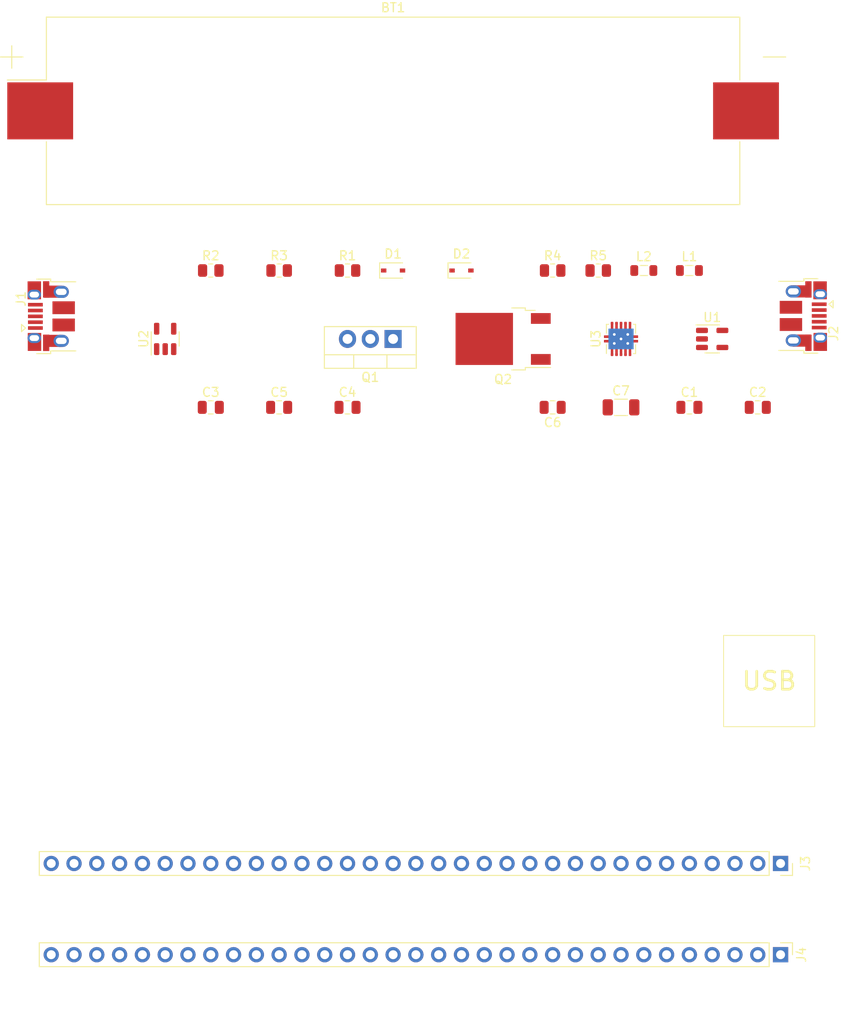
<source format=kicad_pcb>
(kicad_pcb (version 20211014) (generator pcbnew)
  (layers (0 "F.Cu" signal) (31 "B.Cu" signal) (34 "B.Paste" user) (35 "F.Paste" user) (36 "B.SilkS" user "B.Silkscreen") (37 "F.SilkS" user "F.Silkscreen") (38 "B.Mask" user) (39 "F.Mask" user) (44 "Edge.Cuts" user))
  (net 0 "")
  (net 1 "GND")
  (net 2 "+5V")
  (net 3 "/PB9")
  (net 4 "/PB8")
  (net 5 "VDD")
  (net 6 "/BOOT")
  (net 7 "/PB7")
  (net 8 "/PB6")
  (net 9 "/PB5")
  (net 10 "/PB4")
  (net 11 "/PB3")
  (net 12 "/PD2")
  (net 13 "/PC12")
  (net 14 "/PC11")
  (net 15 "/PC10")
  (net 16 "/PA15")
  (net 17 "/PA14")
  (net 18 "/PF7")
  (net 19 "/PF6")
  (net 20 "/PA13")
  (net 21 "/PA12")
  (net 22 "/PA11")
  (net 23 "/PA10")
  (net 24 "/PA9")
  (net 25 "/PA8")
  (net 26 "/PC9")
  (net 27 "/PC8")
  (net 28 "/PC7")
  (net 29 "/PC6")
  (net 30 "/PB15")
  (net 31 "/PB14")
  (net 32 "/PB13")
  (net 33 "Net-(D1-Pad2)")
  (net 34 "/-")
  (net 35 "Net-(R2-Pad1)")
  (net 36 "Net-(C3-Pad2)")
  (net 37 "Pin 3")
  (net 38 "Net-(C4-Pad1)")
  (net 39 "Net-(R4-Pad2)")
  (net 40 "/+")
  (net 41 "Pin 2")
  (net 42 "/UVLO")
  (net 44 "/Microcontroller")
  (net 45 "Net-(L1-Pad1)")
  (net 47 "Reverse Polarity protecion")
  (net 48 "Net-(C6-Pad1)")
  (net 49 "Buck convertor")
  (net 50 "Net-(L2-Pad2)")
  (net 51 "Net-(J1-Pad2)")
  (net 52 "Net-(J2-Pad2)")
  (footprint "Resistor_SMD:R_0805_2012Metric" (layer "F.Cu") (at 88.9 63.5)
    (fp_text reference "R4" (at 0 -1.65) (layer "F.SilkS"))
    (fp_text value "2M")
    (fp_line (start -0.227064 0.735) (end 0.227064 0.735) (layer "F.SilkS") (width 0.12))
    (fp_line (start -0.227064 -0.735) (end 0.227064 -0.735) (layer "F.SilkS") (width 0.12))
    (pad "1" smd roundrect (at -0.9125 0) (size 1.025 1.4) (layers "F.Cu" "F.Paste" "F.Mask") (roundrect_rratio 0.243902) (net 38 "Net-(C4-Pad1)"))
    (pad "2" smd roundrect (at 0.9125 0) (size 1.025 1.4) (layers "F.Cu" "F.Paste" "F.Mask") (roundrect_rratio 0.243902) (net 39 "Net-(R4-Pad2)"))
  )
  (footprint "Battery:BatteryHolder_Keystone_1042_1x18650" (layer "F.Cu") (at 71.12 45.72)
    (fp_text reference "BT1" (at 0 -11.5) (layer "F.SilkS"))
    (fp_text value "3.7 V")
    (fp_line (start 38.64 -10.44) (end -38.64 -10.44) (layer "F.SilkS") (width 0.12))
    (fp_line (start 43.75 -6) (end 41.25 -6) (layer "F.SilkS") (width 0.12))
    (fp_line (start 38.64 3.44) (end 38.64 10.44) (layer "F.SilkS") (width 0.12))
    (fp_line (start -38.64 10.44) (end -38.64 3.44) (layer "F.SilkS") (width 0.12))
    (fp_line (start 38.64 10.44) (end -38.64 10.44) (layer "F.SilkS") (width 0.12))
    (fp_line (start -38.64 -10.44) (end -38.64 -3.44) (layer "F.SilkS") (width 0.12))
    (fp_line (start -38.64 -3.44) (end -43 -3.44) (layer "F.SilkS") (width 0.12))
    (fp_line (start 38.64 -3.44) (end 38.64 -10.42) (layer "F.SilkS") (width 0.12))
    (fp_line (start -42.5 -4.75) (end -42.5 -7.25) (layer "F.SilkS") (width 0.12))
    (fp_line (start -43.75 -6) (end -41.25 -6) (layer "F.SilkS") (width 0.12))
    (pad "" np_thru_hole circle (at -27.6 8) (size 3.45 3.45) (drill 3.45) (layers *.Cu *.Mask))
    (pad "" np_thru_hole circle (at -35.93 -8) (size 2.39 2.39) (drill 2.39) (layers *.Cu *.Mask))
    (pad "" np_thru_hole circle (at 27.6 -8) (size 3.45 3.45) (drill 3.45) (layers *.Cu *.Mask))
    (pad "1" smd rect (at -39.33 0) (size 7.34 6.35) (layers "F.Cu" "F.Paste" "F.Mask") (net 47 "Reverse Polarity protecion"))
    (pad "2" smd rect (at 39.33 0) (size 7.34 6.35) (layers "F.Cu" "F.Paste" "F.Mask") (net 1 "GND"))
  )
  (footprint "Capacitor_SMD:C_0805_2012Metric" (layer "F.Cu") (at 50.8 78.74)
    (fp_text reference "C3" (at 0 -1.68) (layer "F.SilkS"))
    (fp_text value "4.7 uF")
    (fp_line (start -0.261252 -0.735) (end 0.261252 -0.735) (layer "F.SilkS") (width 0.12))
    (fp_line (start -0.261252 0.735) (end 0.261252 0.735) (layer "F.SilkS") (width 0.12))
    (pad "1" smd roundrect (at -0.95 0) (size 1 1.45) (layers "F.Cu" "F.Paste" "F.Mask") (net 37 "Pin 3"))
    (pad "2" smd roundrect (at 0.95 0) (size 1 1.45) (layers "F.Cu" "F.Paste" "F.Mask") (net 36 "Net-(C3-Pad2)"))
  )
  (footprint "Resistor_SMD:R_0805_2012Metric" (layer "F.Cu") (at 66.04 63.5)
    (fp_text reference "R1" (at 0 -1.65) (layer "F.SilkS"))
    (fp_text value "100k")
    (fp_line (start -0.227064 -0.735) (end 0.227064 -0.735) (layer "F.SilkS") (width 0.12))
    (fp_line (start -0.227064 0.735) (end 0.227064 0.735) (layer "F.SilkS") (width 0.12))
    (pad "1" smd roundrect (at -0.9125 0) (size 1.025 1.4) (layers "F.Cu" "F.Paste" "F.Mask") (roundrect_rratio 0.243902) (net 33 "Net-(D1-Pad2)"))
    (pad "2" smd roundrect (at 0.9125 0) (size 1.025 1.4) (layers "F.Cu" "F.Paste" "F.Mask") (roundrect_rratio 0.243902) (net 34 "/-"))
  )
  (footprint "Inductor_SMD:L_0805_2012Metric" (layer "F.Cu") (at 99.06 63.5)
    (fp_text reference "L2" (at 0 -1.55) (layer "F.SilkS"))
    (fp_text value "2.2 uH")
    (fp_line (start -0.399622 -0.56) (end 0.399622 -0.56) (layer "F.SilkS") (width 0.12))
    (fp_line (start -0.399622 0.56) (end 0.399622 0.56) (layer "F.SilkS") (width 0.12))
    (pad "1" smd roundrect (at -1.0625 0) (size 0.875 1.2) (layers "F.Cu" "F.Paste" "F.Mask") (net 38 "Net-(C4-Pad1)"))
    (pad "2" smd roundrect (at 1.0625 0) (size 0.875 1.2) (layers "F.Cu" "F.Paste" "F.Mask") (net 50 "Net-(L2-Pad2)"))
  )
  (footprint "Inductor_SMD:L_0805_2012Metric" (layer "F.Cu") (at 104.14 63.5)
    (fp_text reference "L1" (at 0 -1.55) (layer "F.SilkS"))
    (fp_text value "2.2 uH")
    (fp_line (start -0.399622 -0.56) (end 0.399622 -0.56) (layer "F.SilkS") (width 0.12))
    (fp_line (start -0.399622 0.56) (end 0.399622 0.56) (layer "F.SilkS") (width 0.12))
    (pad "1" smd roundrect (at -1.0625 0) (size 0.875 1.2) (layers "F.Cu" "F.Paste" "F.Mask") (net 45 "Net-(L1-Pad1)"))
    (pad "2" smd roundrect (at 1.0625 0) (size 0.875 1.2) (layers "F.Cu" "F.Paste" "F.Mask") (net 44 "/Microcontroller"))
  )
  (footprint "Package_TO_SOT_SMD:TO-252-2" (layer "F.Cu") (at 83.38 71.12 180)
    (fp_text reference "Q2" (at 0 -4.5) (layer "F.SilkS"))
    (fp_text value "Q_PMOS_DSG")
    (fp_line (start -2.47 3.45) (end -2.47 3.18) (layer "F.SilkS") (width 0.12))
    (fp_line (start -2.47 -3.18) (end -5.3 -3.18) (layer "F.SilkS") (width 0.12))
    (fp_line (start -0.97 3.45) (end -2.47 3.45) (layer "F.SilkS") (width 0.12))
    (fp_line (start -2.47 -3.45) (end -2.47 -3.18) (layer "F.SilkS") (width 0.12))
    (fp_line (start -0.97 -3.45) (end -2.47 -3.45) (layer "F.SilkS") (width 0.12))
    (fp_line (start -2.47 3.18) (end -3.57 3.18) (layer "F.SilkS") (width 0.12))
    (pad "1" smd rect (at -4.2 -2.28 180) (size 2.2 1.2) (layers "F.Cu" "F.Paste" "F.Mask") (net 38 "Net-(C4-Pad1)"))
    (pad "2" smd rect (at 2.1 0 180) (size 6.4 5.8) (layers "F.Cu" "F.Mask") (net 41 "Pin 2"))
    (pad "3" smd rect (at -4.2 2.28 180) (size 2.2 1.2) (layers "F.Cu" "F.Paste" "F.Mask") (net 37 "Pin 3"))
  )
  (footprint "Capacitor_SMD:C_0805_2012Metric" (layer "F.Cu") (at 66.04 78.74)
    (fp_text reference "C4" (at 0 -1.68) (layer "F.SilkS"))
    (fp_text value "4.7 uF")
    (fp_line (start -0.261252 0.735) (end 0.261252 0.735) (layer "F.SilkS") (width 0.12))
    (fp_line (start -0.261252 -0.735) (end 0.261252 -0.735) (layer "F.SilkS") (width 0.12))
    (pad "1" smd roundrect (at -0.95 0) (size 1 1.45) (layers "F.Cu" "F.Paste" "F.Mask") (net 38 "Net-(C4-Pad1)"))
    (pad "2" smd roundrect (at 0.95 0) (size 1 1.45) (layers "F.Cu" "F.Paste" "F.Mask") (net 1 "GND"))
  )
  (footprint "Capacitor_SMD:C_0805_2012Metric" (layer "F.Cu") (at 111.76 78.74)
    (fp_text reference "C2" (at 0 -1.68) (layer "F.SilkS"))
    (fp_text value "4.7 uF")
    (fp_line (start -0.261252 0.735) (end 0.261252 0.735) (layer "F.SilkS") (width 0.12))
    (fp_line (start -0.261252 -0.735) (end 0.261252 -0.735) (layer "F.SilkS") (width 0.12))
    (pad "1" smd roundrect (at -0.95 0) (size 1 1.45) (layers "F.Cu" "F.Paste" "F.Mask") (net 44 "/Microcontroller"))
    (pad "2" smd roundrect (at 0.95 0) (size 1 1.45) (layers "F.Cu" "F.Paste" "F.Mask") (net 1 "GND"))
  )
  (footprint "Connector_USB:USB_Micro-B_Amphenol_10103594-0001LF_Horizontal" (layer "F.Cu") (at 116.84 68.58 -90)
    (fp_text reference "J2" (at 1.925 -3.365 -90) (layer "F.SilkS"))
    (fp_text value "USB_B_Micro")
    (fp_line (start 3.825 -0.065) (end 4.125 -0.065) (layer "F.SilkS") (width 0.12))
    (fp_line (start -1.725 -3.315) (end -0.925 -3.315) (layer "F.SilkS") (width 0.12))
    (fp_line (start -3.875 2.735) (end -3.875 -0.065) (layer "F.SilkS") (width 0.12))
    (fp_line (start 4.125 -0.065) (end 4.125 -1.615) (layer "F.SilkS") (width 0.12))
    (fp_line (start -0.925 -3.315) (end -1.325 -2.865) (layer "F.SilkS") (width 0.12))
    (fp_line (start 3.825 2.735) (end 3.825 -0.065) (layer "F.SilkS") (width 0.12))
    (fp_line (start -1.325 -2.865) (end -1.725 -3.315) (layer "F.SilkS") (width 0.12))
    (fp_line (start -4.175 -0.065) (end -4.175 -1.615) (layer "F.SilkS") (width 0.12))
    (fp_line (start -4.175 -0.065) (end -3.875 -0.065) (layer "F.SilkS") (width 0.12))
    (pad "1" smd rect (at -1.325 -1.765) (size 1.65 0.4) (layers "F.Cu" "F.Paste" "F.Mask") (net 44 "/Microcontroller"))
    (pad "2" smd rect (at -0.675 -1.765) (size 1.65 0.4) (layers "F.Cu" "F.Paste" "F.Mask") (net 52 "Net-(J2-Pad2)"))
    (pad "3" smd rect (at -0.025 -1.765) (size 1.65 0.4) (layers "F.Cu" "F.Paste" "F.Mask") (net 52 "Net-(J2-Pad2)"))
    (pad "4" smd rect (at 0.625 -1.765) (size 1.65 0.4) (layers "F.Cu" "F.Paste" "F.Mask") (net 1 "GND"))
    (pad "5" smd rect (at 1.275 -1.765) (size 1.65 0.4) (layers "F.Cu" "F.Paste" "F.Mask") (net 1 "GND"))
    (pad "6" smd rect (at 2.975 -0.565 270) (size 1.825 0.7) (layers "F.Cu" "F.Paste" "F.Mask") (net 1 "GND"))
    (pad "6" smd rect (at -0.985 1.385) (size 2.5 1.43) (layers "F.Cu" "F.Paste" "F.Mask") (net 1 "GND"))
    (pad "6" thru_hole oval (at 2.395 -1.885) (size 1.5 1.1) (drill oval 1.05 0.65) (layers *.Cu *.Mask) (net 1 "GND"))
    (pad "6" thru_hole oval (at -2.755 1.115) (size 1.7 1.35) (drill oval 1.2 0.7) (layers *.Cu *.Mask) (net 1 "GND"))
    (pad "6" thru_hole oval (at -2.445 -1.885) (size 1.5 1.1) (drill oval 1.05 0.65) (layers *.Cu *.Mask) (net 1 "GND"))
    (pad "6" smd rect (at -2.875 -1.865 270) (size 2 1.5) (layers "F.Cu" "F.Paste" "F.Mask") (net 1 "GND"))
    (pad "6" smd rect (at -2.975 -0.565 270) (size 1.825 0.7) (layers "F.Cu" "F.Paste" "F.Mask") (net 1 "GND"))
    (pad "6" smd rect (at -2.755 0.185 270) (size 1.35 2) (layers "F.Cu" "F.Paste" "F.Mask") (net 1 "GND"))
    (pad "6" thru_hole oval (at 2.705 1.115) (size 1.7 1.35) (drill oval 1.2 0.7) (layers *.Cu *.Mask) (net 1 "GND"))
    (pad "6" smd rect (at 2.875 -1.885 270) (size 2 1.5) (layers "F.Cu" "F.Paste" "F.Mask") (net 1 "GND"))
    (pad "6" smd rect (at 0.935 1.385) (size 2.5 1.43) (layers "F.Cu" "F.Paste" "F.Mask") (net 1 "GND"))
    (pad "6" smd rect (at 2.725 0.185 270) (size 1.35 2) (layers "F.Cu" "F.Paste" "F.Mask") (net 1 "GND"))
  )
  (footprint "Capacitor_SMD:C_0805_2012Metric" (layer "F.Cu") (at 104.14 78.74)
    (fp_text reference "C1" (at 0 -1.68) (layer "F.SilkS"))
    (fp_text value "4.7 uF")
    (fp_line (start -0.261252 0.735) (end 0.261252 0.735) (layer "F.SilkS") (width 0.12))
    (fp_line (start -0.261252 -0.735) (end 0.261252 -0.735) (layer "F.SilkS") (width 0.12))
    (pad "1" smd roundrect (at -0.95 0) (size 1 1.45) (layers "F.Cu" "F.Paste" "F.Mask") (net 42 "/UVLO"))
    (pad "2" smd roundrect (at 0.95 0) (size 1 1.45) (layers "F.Cu" "F.Paste" "F.Mask") (net 1 "GND"))
  )
  (footprint "Capacitor_SMD:C_0805_2012Metric" (layer "F.Cu") (at 58.42 78.74)
    (fp_text reference "C5" (at 0 -1.68) (layer "F.SilkS"))
    (fp_text value "4.7 uF")
    (fp_line (start -0.261252 0.735) (end 0.261252 0.735) (layer "F.SilkS") (width 0.12))
    (fp_line (start -0.261252 -0.735) (end 0.261252 -0.735) (layer "F.SilkS") (width 0.12))
    (pad "1" smd roundrect (at -0.95 0) (size 1 1.45) (layers "F.Cu" "F.Paste" "F.Mask") (net 47 "Reverse Polarity protecion"))
    (pad "2" smd roundrect (at 0.95 0) (size 1 1.45) (layers "F.Cu" "F.Paste" "F.Mask") (net 1 "GND"))
  )
  (footprint "Package_TO_SOT_SMD:TSOT-23-5" (layer "F.Cu") (at 106.68 71.12)
    (fp_text reference "U1" (at 0 -2.4) (layer "F.SilkS"))
    (fp_text value "LM3670MF")
    (fp_line (start 0 -1.56) (end -1.8 -1.56) (layer "F.SilkS") (width 0.12))
    (fp_line (start 0 1.56) (end 0.8 1.56) (layer "F.SilkS") (width 0.12))
    (fp_line (start 0 -1.56) (end 0.8 -1.56) (layer "F.SilkS") (width 0.12))
    (fp_line (start 0 1.56) (end -0.8 1.56) (layer "F.SilkS") (width 0.12))
    (pad "1" smd roundrect (at -1.1375 -0.95) (size 1.325 0.6) (layers "F.Cu" "F.Paste" "F.Mask") (net 42 "/UVLO"))
    (pad "2" smd roundrect (at -1.1375 0) (size 1.325 0.6) (layers "F.Cu" "F.Paste" "F.Mask") (net 1 "GND"))
    (pad "3" smd roundrect (at -1.1375 0.95) (size 1.325 0.6) (layers "F.Cu" "F.Paste" "F.Mask"))
    (pad "4" smd roundrect (at 1.1375 0.95) (size 1.325 0.6) (layers "F.Cu" "F.Paste" "F.Mask") (net 44 "/Microcontroller"))
    (pad "5" smd roundrect (at 1.1375 -0.95) (size 1.325 0.6) (layers "F.Cu" "F.Paste" "F.Mask") (net 45 "Net-(L1-Pad1)"))
  )
  (footprint "Package_TO_SOT_SMD:SOT-23-5" (layer "F.Cu") (at 45.72 71.12 90)
    (fp_text reference "U2" (at 0 -2.4 90) (layer "F.SilkS"))
    (fp_text value "MCP73831-2-OT")
    (fp_line (start 0 1.56) (end 0.8 1.56) (layer "F.SilkS") (width 0.12))
    (fp_line (start 0 -1.56) (end 0.8 -1.56) (layer "F.SilkS") (width 0.12))
    (fp_line (start 0 1.56) (end -0.8 1.56) (layer "F.SilkS") (width 0.12))
    (fp_line (start 0 -1.56) (end -1.8 -1.56) (layer "F.SilkS") (width 0.12))
    (pad "1" smd roundrect (at -1.1375 -0.95 90) (size 1.325 0.6) (layers "F.Cu" "F.Paste" "F.Mask"))
    (pad "2" smd roundrect (at -1.1375 0 90) (size 1.325 0.6) (layers "F.Cu" "F.Paste" "F.Mask") (net 1 "GND"))
    (pad "3" smd roundrect (at -1.1375 0.95 90) (size 1.325 0.6) (layers "F.Cu" "F.Paste" "F.Mask") (net 47 "Reverse Polarity protecion"))
    (pad "4" smd roundrect (at 1.1375 0.95 90) (size 1.325 0.6) (layers "F.Cu" "F.Paste" "F.Mask") (net 37 "Pin 3"))
    (pad "5" smd roundrect (at 1.1375 -0.95 90) (size 1.325 0.6) (layers "F.Cu" "F.Paste" "F.Mask") (net 35 "Net-(R2-Pad1)"))
  )
  (footprint "Capacitor_SMD:C_0805_2012Metric" (layer "F.Cu") (at 88.9 78.74 180)
    (fp_text reference "C6" (at 0 -1.68) (layer "F.SilkS"))
    (fp_text value "1uF")
    (fp_line (start -0.261252 0.735) (end 0.261252 0.735) (layer "F.SilkS") (width 0.12))
    (fp_line (start -0.261252 -0.735) (end 0.261252 -0.735) (layer "F.SilkS") (width 0.12))
    (pad "1" smd roundrect (at -0.95 0 180) (size 1 1.45) (layers "F.Cu" "F.Paste" "F.Mask") (net 48 "Net-(C6-Pad1)"))
    (pad "2" smd roundrect (at 0.95 0 180) (size 1 1.45) (layers "F.Cu" "F.Paste" "F.Mask") (net 1 "GND"))
  )
  (footprint "Connector_USB:USB_Micro-B_Amphenol_10103594-0001LF_Horizontal" (layer "F.Cu") (at 33.02 68.58 90)
    (fp_text reference "J1" (at 1.925 -3.365 90) (layer "F.SilkS"))
    (fp_text value "USB_B_Micro")
    (fp_line (start -4.175 -0.065) (end -3.875 -0.065) (layer "F.SilkS") (width 0.12))
    (fp_line (start 3.825 2.735) (end 3.825 -0.065) (layer "F.SilkS") (width 0.12))
    (fp_line (start 3.825 -0.065) (end 4.125 -0.065) (layer "F.SilkS") (width 0.12))
    (fp_line (start 4.125 -0.065) (end 4.125 -1.615) (layer "F.SilkS") (width 0.12))
    (fp_line (start -3.875 2.735) (end -3.875 -0.065) (layer "F.SilkS") (width 0.12))
    (fp_line (start -0.925 -3.315) (end -1.325 -2.865) (layer "F.SilkS") (width 0.12))
    (fp_line (start -4.175 -0.065) (end -4.175 -1.615) (layer "F.SilkS") (width 0.12))
    (fp_line (start -1.725 -3.315) (end -0.925 -3.315) (layer "F.SilkS") (width 0.12))
    (fp_line (start -1.325 -2.865) (end -1.725 -3.315) (layer "F.SilkS") (width 0.12))
    (pad "1" smd rect (at -1.325 -1.765 180) (size 1.65 0.4) (layers "F.Cu" "F.Paste" "F.Mask") (net 37 "Pin 3"))
    (pad "2" smd rect (at -0.675 -1.765 180) (size 1.65 0.4) (layers "F.Cu" "F.Paste" "F.Mask") (net 51 "Net-(J1-Pad2)"))
    (pad "3" smd rect (at -0.025 -1.765 180) (size 1.65 0.4) (layers "F.Cu" "F.Paste" "F.Mask") (net 51 "Net-(J1-Pad2)"))
    (pad "4" smd rect (at 0.625 -1.765 180) (size 1.65 0.4) (layers "F.Cu" "F.Paste" "F.Mask") (net 1 "GND"))
    (pad "5" smd rect (at 1.275 -1.765 180) (size 1.65 0.4) (layers "F.Cu" "F.Paste" "F.Mask") (net 1 "GND"))
    (pad "6" smd rect (at 0.935 1.385 180) (size 2.5 1.43) (layers "F.Cu" "F.Paste" "F.Mask") (net 1 "GND"))
    (pad "6" smd rect (at -0.985 1.385 180) (size 2.5 1.43) (layers "F.Cu" "F.Paste" "F.Mask") (net 1 "GND"))
    (pad "6" smd rect (at 2.725 0.185 90) (size 1.35 2) (layers "F.Cu" "F.Paste" "F.Mask") (net 1 "GND"))
    (pad "6" thru_hole oval (at -2.445 -1.885 180) (size 1.5 1.1) (drill oval 1.05 0.65) (layers *.Cu *.Mask) (net 1 "GND"))
    (pad "6" smd rect (at -2.875 -1.865 90) (size 2 1.5) (layers "F.Cu" "F.Paste" "F.Mask") (net 1 "GND"))
    (pad "6" thru_hole oval (at -2.755 1.115 180) (size 1.7 1.35) (drill oval 1.2 0.7) (layers *.Cu *.Mask) (net 1 "GND"))
    (pad "6" smd rect (at -2.975 -0.565 90) (size 1.825 0.7) (layers "F.Cu" "F.Paste" "F.Mask") (net 1 "GND"))
    (pad "6" thru_hole oval (at 2.705 1.115 180) (size 1.7 1.35) (drill oval 1.2 0.7) (layers *.Cu *.Mask) (net 1 "GND"))
    (pad "6" smd rect (at 2.875 -1.885 90) (size 2 1.5) (layers "F.Cu" "F.Paste" "F.Mask") (net 1 "GND"))
    (pad "6" smd rect (at 2.975 -0.565 90) (size 1.825 0.7) (layers "F.Cu" "F.Paste" "F.Mask") (net 1 "GND"))
    (pad "6" smd rect (at -2.755 0.185 90) (size 1.35 2) (layers "F.Cu" "F.Paste" "F.Mask") (net 1 "GND"))
    (pad "6" thru_hole oval (at 2.395 -1.885 180) (size 1.5 1.1) (drill oval 1.05 0.65) (layers *.Cu *.Mask) (net 1 "GND"))
  )
  (footprint "Resistor_SMD:R_0805_2012Metric" (layer "F.Cu") (at 58.42 63.5)
    (fp_text reference "R3" (at 0 -1.65) (layer "F.SilkS"))
    (fp_text value "10k")
    (fp_line (start -0.227064 0.735) (end 0.227064 0.735) (layer "F.SilkS") (width 0.12))
    (fp_line (start -0.227064 -0.735) (end 0.227064 -0.735) (layer "F.SilkS") (width 0.12))
    (pad "1" smd roundrect (at -0.9125 0) (size 1.025 1.4) (layers "F.Cu" "F.Paste" "F.Mask") (roundrect_rratio 0.243902) (net 37 "Pin 3"))
    (pad "2" smd roundrect (at 0.9125 0) (size 1.025 1.4) (layers "F.Cu" "F.Paste" "F.Mask") (roundrect_rratio 0.243902) (net 1 "GND"))
  )
  (footprint "Package_TO_SOT_THT:TO-220-3_Vertical" (layer "F.Cu") (at 71.12 71.12 180)
    (fp_text reference "Q1" (at 2.54 -4.27) (layer "F.SilkS"))
    (fp_text value "FQP27P06")
    (fp_line (start -2.58 -1.76) (end 7.66 -1.76) (layer "F.SilkS") (width 0.12))
    (fp_line (start -2.58 1.371) (end 7.66 1.371) (layer "F.SilkS") (width 0.12))
    (fp_line (start 4.391 -3.27) (end 4.391 -1.76) (layer "F.SilkS") (width 0.12))
    (fp_line (start -2.58 -3.27) (end 7.66 -3.27) (layer "F.SilkS") (width 0.12))
    (fp_line (start -2.58 -3.27) (end -2.58 1.371) (layer "F.SilkS") (width 0.12))
    (fp_line (start 0.69 -3.27) (end 0.69 -1.76) (layer "F.SilkS") (width 0.12))
    (fp_line (start 7.66 -3.27) (end 7.66 1.371) (layer "F.SilkS") (width 0.12))
    (pad "1" thru_hole rect (at 0 0 180) (size 1.905 2) (drill 1.1) (layers *.Cu *.Mask) (net 33 "Net-(D1-Pad2)"))
    (pad "2" thru_hole oval (at 2.54 0 180) (size 1.905 2) (drill 1.1) (layers *.Cu *.Mask) (net 40 "/+"))
    (pad "3" thru_hole oval (at 5.08 0 180) (size 1.905 2) (drill 1.1) (layers *.Cu *.Mask) (net 41 "Pin 2"))
  )
  (footprint "Diode_SMD:D_SOD-323" (layer "F.Cu") (at 71.12 63.5)
    (fp_text reference "D1" (at 0 -1.85) (layer "F.SilkS"))
    (fp_text value "BAT60A")
    (fp_line (start -1.5 -0.85) (end 1.05 -0.85) (layer "F.SilkS") (width 0.12))
    (fp_line (start -1.5 -0.85) (end -1.5 0.85) (layer "F.SilkS") (width 0.12))
    (fp_line (start -1.5 0.85) (end 1.05 0.85) (layer "F.SilkS") (width 0.12))
    (pad "1" smd rect (at -1.05 0) (size 0.6 0.45) (layers "F.Cu" "F.Paste" "F.Mask") (net 41 "Pin 2"))
    (pad "2" smd rect (at 1.05 0) (size 0.6 0.45) (layers "F.Cu" "F.Paste" "F.Mask") (net 33 "Net-(D1-Pad2)"))
  )
  (footprint "Connector_PinHeader_2.54mm:PinHeader_1x33_P2.54mm_Vertical" (layer "F.Cu") (at 114.3 139.7 -90)
    (fp_text reference "J4" (at 0 -2.33 90) (layer "F.SilkS"))
    (fp_text value "Conn_01x33_Female")
    (fp_line (start -1.33 0) (end -1.33 -1.33) (layer "F.SilkS") (width 0.12))
    (fp_line (start -1.33 1.27) (end 1.33 1.27) (layer "F.SilkS") (width 0.12))
    (fp_line (start -1.33 82.61) (end 1.33 82.61) (layer "F.SilkS") (width 0.12))
    (fp_line (start -1.33 -1.33) (end 0 -1.33) (layer "F.SilkS") (width 0.12))
    (fp_line (start 1.33 1.27) (end 1.33 82.61) (layer "F.SilkS") (width 0.12))
    (fp_line (start -1.33 1.27) (end -1.33 82.61) (layer "F.SilkS") (width 0.12))
    (pad "1" thru_hole rect locked (at 0 0 270) (size 1.7 1.7) (drill 1) (layers *.Cu *.Mask) (net 2 "+5V"))
    (pad "2" thru_hole oval locked (at 0 2.54 270) (size 1.7 1.7) (drill 1) (layers *.Cu *.Mask) (net 1 "GND"))
    (pad "3" thru_hole oval locked (at 0 5.08 270) (size 1.7 1.7) (drill 1) (layers *.Cu *.Mask) (net 3 "/PB9"))
    (pad "4" thru_hole oval locked (at 0 7.62 270) (size 1.7 1.7) (drill 1) (layers *.Cu *.Mask) (net 4 "/PB8"))
    (pad "5" thru_hole oval locked (at 0 10.16 270) (size 1.7 1.7) (drill 1) (layers *.Cu *.Mask) (net 5 "VDD"))
    (pad "6" thru_hole oval locked (at 0 12.7 270) (size 1.7 1.7) (drill 1) (layers *.Cu *.Mask) (net 6 "/BOOT"))
    (pad "7" thru_hole oval locked (at 0 15.24 270) (size 1.7 1.7) (drill 1) (layers *.Cu *.Mask) (net 7 "/PB7"))
    (pad "8" thru_hole oval locked (at 0 17.78 270) (size 1.7 1.7) (drill 1) (layers *.Cu *.Mask) (net 8 "/PB6"))
    (pad "9" thru_hole oval locked (at 0 20.32 270) (size 1.7 1.7) (drill 1) (layers *.Cu *.Mask) (net 9 "/PB5"))
    (pad "10" thru_hole oval locked (at 0 22.86 270) (size 1.7 1.7) (drill 1) (layers *.Cu *.Mask) (net 10 "/PB4"))
    (pad "11" thru_hole oval locked (at 0 25.4 270) (size 1.7 1.7) (drill 1) (layers *.Cu *.Mask) (net 11 "/PB3"))
    (pad "12" thru_hole oval locked (at 0 27.94 270) (size 1.7 1.7) (drill 1) (layers *.Cu *.Mask) (net 12 "/PD2"))
    (pad "13" thru_hole oval locked (at 0 30.48 270) (size 1.7 1.7) (drill 1) (layers *.Cu *.Mask) (net 13 "/PC12"))
    (pad "14" thru_hole oval locked (at 0 33.02 270) (size 1.7 1.7) (drill 1) (layers *.Cu *.Mask) (net 14 "/PC11"))
    (pad "15" thru_hole oval locked (at 0 35.56 270) (size 1.7 1.7) (drill 1) (layers *.Cu *.Mask) (net 15 "/PC10"))
    (pad "16" thru_hole oval locked (at 0 38.1 270) (size 1.7 1.7) (drill 1) (layers *.Cu *.Mask) (net 16 "/PA15"))
    (pad "17" thru_hole oval locked (at 0 40.64 270) (size 1.7 1.7) (drill 1) (layers *.Cu *.Mask) (net 17 "/PA14"))
    (pad "18" thru_hole oval locked (at 0 43.18 270) (size 1.7 1.7) (drill 1) (layers *.Cu *.Mask) (net 18 "/PF7"))
    (pad "19" thru_hole oval locked (at 0 45.72 270) (size 1.7 1.7) (drill 1) (layers *.Cu *.Mask) (net 19 "/PF6"))
    (pad "20" thru_hole oval locked (at 0 48.26 270) (size 1.7 1.7) (drill 1) (layers *.Cu *.Mask) (net 20 "/PA13"))
    (pad "21" thru_hole oval locked (at 0 50.8 270) (size 1.7 1.7) (drill 1) (layers *.Cu *.Mask) (net 21 "/PA12"))
    (pad "22" thru_hole oval locked (at 0 53.34 270) (size 1.7 1.7) (drill 1) (layers *.Cu *.Mask) (net 22 "/PA11"))
    (pad "23" thru_hole oval locked (at 0 55.88 270) (size 1.7 1.7) (drill 1) (layers *.Cu *.Mask) (net 23 "/PA10"))
    (pad "24" thru_hole oval locked (at 0 58.42 270) (size 1.7 1.7) (drill 1) (layers *.Cu *.Mask) (net 24 "/PA9"))
    (pad "25" thru_hole oval locked (at 0 60.96 270) (size 1.7 1.7) (drill 1) (layers *.Cu *.Mask) (net 25 "/PA8"))
    (pad "26" thru_hole oval locked (at 0 63.5 270) (size 1.7 1.7) (drill 1) (layers *.Cu *.Mask) (net 26 "/PC9"))
    (pad "27" thru_hole oval locked (at 0 66.04 270) (size 1.7 1.7) (drill 1) (layers *.Cu *.Mask) (net 27 "/PC8"))
    (pad "28" thru_hole oval locked (at 0 68.58 270) (size 1.7 1.7) (drill 1) (layers *.Cu *.Mask) (net 28 "/PC7"))
    (pad "29" thru_hole oval locked (at 0 71.12 270) (size 1.7 1.7) (drill 1) (layers *.Cu *.Mask) (net 29 "/PC6"))
    (pad "30" thru_hole oval locked (at 0 73.66 270) (size 1.7 1.7) (drill 1) (layers *.Cu *.Mask) (net 30 "/PB15"))
    (pad "31" thru_hole oval locked (at 0 76.2 270) (size 1.7 1.7) (drill 1) (layers *.Cu *.Mask) (net 31 "/PB14"))
    (pad "32" thru_hole oval locked (at 0 78.74 270) (size 1.7 1.7) (drill 1) (layers *.Cu *.Mask) (net 32 "/PB13"))
    (pad "33" thru_hole oval locked (at 0 81.28 270) (size 1.7 1.7) (drill 1) (layers *.Cu *.Mask) (net 1 "GND"))
  )
  (footprint "Resistor_SMD:R_0805_2012Metric" (layer "F.Cu") (at 50.8 63.5)
    (fp_text reference "R2" (at 0 -1.65) (layer "F.SilkS"))
    (fp_text value "10k")
    (fp_line (start -0.227064 -0.735) (end 0.227064 -0.735) (layer "F.SilkS") (width 0.12))
    (fp_line (start -0.227064 0.735) (end 0.227064 0.735) (layer "F.SilkS") (width 0.12))
    (pad "1" smd roundrect (at -0.9125 0) (size 1.025 1.4) (layers "F.Cu" "F.Paste" "F.Mask") (roundrect_rratio 0.243902) (net 35 "Net-(R2-Pad1)"))
    (pad "2" smd roundrect (at 0.9125 0) (size 1.025 1.4) (layers "F.Cu" "F.Paste" "F.Mask") (roundrect_rratio 0.243902) (net 36 "Net-(C3-Pad2)"))
  )
  (footprint "Resistor_SMD:R_0805_2012Metric" (layer "F.Cu") (at 93.98 63.5)
    (fp_text reference "R5" (at 0 -1.65) (layer "F.SilkS"))
    (fp_text value "180K")
    (fp_line (start -0.227064 -0.735) (end 0.227064 -0.735) (layer "F.SilkS") (width 0.12))
    (fp_line (start -0.227064 0.735) (end 0.227064 0.735) (layer "F.SilkS") (width 0.12))
    (pad "1" smd roundrect (at -0.9125 0) (size 1.025 1.4) (layers "F.Cu" "F.Paste" "F.Mask") (roundrect_rratio 0.243902) (net 39 "Net-(R4-Pad2)"))
    (pad "2" smd roundrect (at 0.9125 0) (size 1.025 1.4) (layers "F.Cu" "F.Paste" "F.Mask") (roundrect_rratio 0.243902) (net 1 "GND"))
  )
  (footprint "Connector_PinSocket_2.54mm:PinSocket_1x33_P2.54mm_Vertical" (layer "F.Cu") (at 114.3 129.54 -90)
    (fp_text reference "J3" (at 0 -2.77 90) (layer "F.SilkS"))
    (fp_text value "Conn_01x33_Female")
    (fp_line (start -1.33 1.27) (end 1.33 1.27) (layer "F.SilkS") (width 0.12))
    (fp_line (start 1.33 -1.33) (end 1.33 0) (layer "F.SilkS") (width 0.12))
    (fp_line (start -1.33 82.61) (end 1.33 82.61) (layer "F.SilkS") (width 0.12))
    (fp_line (start -1.33 1.27) (end -1.33 82.61) (layer "F.SilkS") (width 0.12))
    (fp_line (start 0 -1.33) (end 1.33 -1.33) (layer "F.SilkS") (width 0.12))
    (fp_line (start 1.33 1.27) (end 1.33 82.61) (layer "F.SilkS") (width 0.12))
    (pad "1" thru_hole rect locked (at 0 0 270) (size 1.7 1.7) (drill 1) (layers *.Cu *.Mask) (net 2 "+5V"))
    (pad "2" thru_hole oval locked (at 0 2.54 270) (size 1.7 1.7) (drill 1) (layers *.Cu *.Mask) (net 1 "GND"))
    (pad "3" thru_hole oval locked (at 0 5.08 270) (size 1.7 1.7) (drill 1) (layers *.Cu *.Mask) (net 3 "/PB9"))
    (pad "4" thru_hole oval locked (at 0 7.62 270) (size 1.7 1.7) (drill 1) (layers *.Cu *.Mask) (net 4 "/PB8"))
    (pad "5" thru_hole oval locked (at 0 10.16 270) (size 1.7 1.7) (drill 1) (layers *.Cu *.Mask) (net 5 "VDD"))
    (pad "6" thru_hole oval locked (at 0 12.7 270) (size 1.7 1.7) (drill 1) (layers *.Cu *.Mask) (net 6 "/BOOT"))
    (pad "7" thru_hole oval locked (at 0 15.24 270) (size 1.7 1.7) (drill 1) (layers *.Cu *.Mask) (net 7 "/PB7"))
    (pad "8" thru_hole oval locked (at 0 17.78 270) (size 1.7 1.7) (drill 1) (layers *.Cu *.Mask) (net 8 "/PB6"))
    (pad "9" thru_hole oval locked (at 0 20.32 270) (size 1.7 1.7) (drill 1) (layers *.Cu *.Mask) (net 9 "/PB5"))
    (pad "10" thru_hole oval locked (at 0 22.86 270) (size 1.7 1.7) (drill 1) (layers *.Cu *.Mask) (net 10 "/PB4"))
    (pad "11" thru_hole oval locked (at 0 25.4 270) (size 1.7 1.7) (drill 1) (layers *.Cu *.Mask) (net 11 "/PB3"))
    (pad "12" thru_hole oval locked (at 0 27.94 270) (size 1.7 1.7) (drill 1) (layers *.Cu *.Mask) (net 12 "/PD2"))
    (pad "13" thru_hole oval locked (at 0 30.48 270) (size 1.7 1.7) (drill 1) (layers *.Cu *.Mask) (net 13 "/PC12"))
    (pad "14" thru_hole oval locked (at 0 33.02 270) (size 1.7 1.7) (drill 1) (layers *.Cu *.Mask) (net 14 "/PC11"))
    (pad "15" thru_hole oval locked (at 0 35.56 270) (size 1.7 1.7) (drill 1) (layers *.Cu *.Mask) (net 15 "/PC10"))
    (pad "16" thru_hole oval locked (at 0 38.1 270) (size 1.7 1.7) (drill 1) (layers *.Cu *.Mask) (net 16 "/PA15"))
    (pad "17" thru_hole oval locked (at 0 40.64 270) (size 1.7 1.7) (drill 1) (layers *.Cu *.Mask) (net 17 "/PA14"))
    (pad "18" thru_hole oval locked (at 0 43.18 270) (size 1.7 1.7) (drill 1) (layers *.Cu *.Mask) (net 18 "/PF7"))
    (pad "19" thru_hole oval locked (at 0 45.72 270) (size 1.7 1.7) (drill 1) (layers *.Cu *.Mask) (net 19 "/PF6"))
    (pad "20" thru_hole oval locked (at 0 48.26 270) (size 1.7 1.7) (drill 1) (layers *.Cu *.Mask) (net 20 "/PA13"))
    (pad "21" thru_hole oval locked (at 0 50.8 270) (size 1.7 1.7) (drill 1) (layers *.Cu *.Mask) (net 21 "/PA12"))
    (pad "22" thru_hole oval locked (at 0 53.34 270) (size 1.7 1.7) (drill 1) (layers *.Cu *.Mask) (net 22 "/PA11"))
    (pad "23" thru_hole oval locked (at 0 55.88 270) (size 1.7 1.7) (drill 1) (layers *.Cu *.Mask) (net 23 "/PA10"))
    (pad "24" thru_hole oval locked (at 0 58.42 270) (size 1.7 1.7) (drill 1) (layers *.Cu *.Mask) (net 24 "/PA9"))
    (pad "25" thru_hole oval locked (at 0 60.96 270) (size 1.7 1.7) (drill 1) (layers *.Cu *.Mask) (net 25 "/PA8"))
    (pad "26" thru_hole oval locked (at 0 63.5 270) (size 1.7 1.7) (drill 1) (layers *.Cu *.Mask) (net 26 "/PC9"))
    (pad "27" thru_hole oval locked (at 0 66.04 270) (size 1.7 1.7) (drill 1) (layers *.Cu *.Mask) (net 27 "/PC8"))
    (pad "28" thru_hole oval locked (at 0 68.58 270) (size 1.7 1.7) (drill 1) (layers *.Cu *.Mask) (net 28 "/PC7"))
    (pad "29" thru_hole oval locked (at 0 71.12 270) (size 1.7 1.7) (drill 1) (layers *.Cu *.Mask) (net 29 "/PC6"))
    (pad "30" thru_hole oval locked (at 0 73.66 270) (size 1.7 1.7) (drill 1) (layers *.Cu *.Mask) (net 30 "/PB15"))
    (pad "31" thru_hole oval locked (at 0 76.2 270) (size 1.7 1.7) (drill 1) (layers *.Cu *.Mask) (net 31 "/PB14"))
    (pad "32" thru_hole oval locked (at 0 78.74 270) (size 1.7 1.7) (drill 1) (layers *.Cu *.Mask) (net 32 "/PB13"))
    (pad "33" thru_hole oval locked (at 0 81.28 270) (size 1.7 1.7) (drill 1) (layers *.Cu *.Mask) (net 1 "GND"))
  )
  (footprint "Capacitor_SMD:C_1206_3216Metric" (layer "F.Cu") (at 96.52 78.74)
    (fp_text reference "C7" (at 0 -1.85) (layer "F.SilkS"))
    (fp_text value "22 uF")
    (fp_line (start -0.711252 0.91) (end 0.711252 0.91) (layer "F.SilkS") (width 0.12))
    (fp_line (start -0.711252 -0.91) (end 0.711252 -0.91) (layer "F.SilkS") (width 0.12))
    (pad "1" smd roundrect (at -1.475 0) (size 1.15 1.8) (layers "F.Cu" "F.Paste" "F.Mask") (roundrect_rratio 0.217391) (net 49 "Buck convertor"))
    (pad "2" smd roundrect (at 1.475 0) (size 1.15 1.8) (layers "F.Cu" "F.Paste" "F.Mask") (roundrect_rratio 0.217391) (net 1 "GND"))
  )
  (footprint "Package_SON:Texas_S-PVSON-N10_ThermalVias" (layer "F.Cu") (at 96.52 71.12 90)
    (fp_text reference "U3" (at 0 -2.8 90) (layer "F.SilkS"))
    (fp_text value "TPS61200DRC")
    (fp_line (start 0.65 1.625) (end 1.625 1.625) (layer "F.SilkS") (width 0.12))
    (fp_line (start -1.625 1.625) (end -0.65 1.625) (layer "F.SilkS") (width 0.12))
    (fp_line (start 1.625 1.4) (end 1.625 1.625) (layer "F.SilkS") (width 0.12))
    (fp_line (start 1.625 -1.4) (end 1.625 -1.625) (layer "F.SilkS") (width 0.12))
    (fp_line (start -1.625 -1.625) (end -0.65 -1.625) (layer "F.SilkS") (width 0.12))
    (fp_line (start -1.625 1.625) (end -1.625 1.4) (layer "F.SilkS") (width 0.12))
    (fp_line (start 0.65 -1.625) (end 1.625 -1.625) (layer "F.SilkS") (width 0.12))
    (pad "1" smd rect (at -1.76 -1 90) (size 0.28 0.28) (layers "F.Cu" "F.Paste" "F.Mask") (net 48 "Net-(C6-Pad1)"))
    (pad "1" smd oval (at -1.475 -1 90) (size 0.85 0.28) (layers "F.Cu" "F.Paste" "F.Mask") (net 48 "Net-(C6-Pad1)"))
    (pad "2" smd rect (at -1.76 -0.5 90) (size 0.28 0.28) (layers "F.Cu" "F.Paste" "F.Mask") (net 49 "Buck convertor"))
    (pad "2" smd oval (at -1.475 -0.5 90) (size 0.85 0.28) (layers "F.Cu" "F.Paste" "F.Mask") (net 49 "Buck convertor"))
    (pad "3" smd oval (at -1.475 0 90) (size 0.85 0.28) (layers "F.Cu" "F.Paste" "F.Mask") (net 50 "Net-(L2-Pad2)"))
    (pad "3" smd rect (at -1.76 0 90) (size 0.28 0.28) (layers "F.Cu" "F.Paste" "F.Mask") (net 50 "Net-(L2-Pad2)"))
    (pad "4" smd rect (at -1.76 0.5 90) (size 0.28 0.28) (layers "F.Cu" "F.Paste" "F.Mask") (net 1 "GND"))
    (pad "4" smd oval (at -1.475 0.5 90) (size 0.85 0.28) (layers "F.Cu" "F.Paste" "F.Mask") (net 1 "GND"))
    (pad "5" smd oval (at -1.475 1 90) (size 0.85 0.28) (layers "F.Cu" "F.Paste" "F.Mask") (net 38 "Net-(C4-Pad1)"))
    (pad "5" smd rect (at -1.76 1 90) (size 0.28 0.28) (layers "F.Cu" "F.Paste" "F.Mask") (net 38 "Net-(C4-Pad1)"))
    (pad "6" smd rect (at 1.76 1 90) (size 0.28 0.28) (layers "F.Cu" "F.Paste" "F.Mask") (net 38 "Net-(C4-Pad1)"))
    (pad "6" smd oval (at 1.475 1 90) (size 0.85 0.28) (layers "F.Cu" "F.Paste" "F.Mask") (net 38 "Net-(C4-Pad1)"))
    (pad "7" smd oval (at 1.475 0.5 90) (size 0.85 0.28) (layers "F.Cu" "F.Paste" "F.Mask") (net 39 "Net-(R4-Pad2)"))
    (pad "7" smd rect (at 1.76 0.5 90) (size 0.28 0.28) (layers "F.Cu" "F.Paste" "F.Mask") (net 39 "Net-(R4-Pad2)"))
    (pad "8" smd rect (at 1.76 0 90) (size 0.28 0.28) (layers "F.Cu" "F.Paste" "F.Mask") (net 38 "Net-(C4-Pad1)"))
    (pad "8" smd oval (at 1.475 0 90) (size 0.85 0.28) (layers "F.Cu" "F.Paste" "F.Mask") (net 38 "Net-(C4-Pad1)"))
    (pad "9" smd rect (at 1.76 -0.5 90) (size 0.28 0.28) (layers "F.Cu" "F.Paste" "F.Mask") (net 1 "GND"))
    (pad "9" smd oval (at 1.475 -0.5 90) (size 0.85 0.28) (layers "F.Cu" "F.Paste" "F.Mask") (net 1 "GND"))
    (pad "10" smd rect (at 1.76 -1 90) (size 0.28 0.28) (layers "F.Cu" "F.Paste" "F.Mask") (net 49 "Buck convertor"))
    (pad "10" smd oval (at 1.475 -1 90) (size 0.85 0.28) (layers "F.Cu" "F.Paste" "F.Mask") (net 49 "Buck convertor"))
    (pad "11" smd rect (at 0.25 -1.55 90) (size 0.28 0.7) (layers "F.Cu" "F.Mask") (net 1 "GND"))
    (pad "11" thru_hole circle (at 0.5 -0.75 90) (size 0.6 0.6) (drill 0.3) (layers *.Cu *.Mask) (net 1 "GND"))
    (pad "11" smd rect (at 0 0 90) (size 1.65 2.4) (layers "F.Cu" "F.Mask") (net 1 "GND"))
    (pad "11" smd rect (at 0.25 -1.63 90) (size 0.26 0.5) (layers "F.Cu" "F.Paste" "F.Mask") (net 1 "GND"))
    (pad "11" thru_hole circle (at -0.5 0.75 90) (size 0.6 0.6) (drill 0.3) (layers *.Cu *.Mask) (net 1 "GND"))
    (pad "11" smd rect (at -0.25 1.55 90) (size 0.28 0.7) (layers "F.Cu" "F.Mask") (net 1 "GND"))
    (pad "11" smd rect (at 0.45 -0.635 90) (size 0.68 1.05) (layers "F.Cu" "F.Paste" "F.Mask") (net 1 "GND"))
    (pad "11" smd rect (at 0.25 1.63 90) (size 0.26 0.5) (layers "F.Cu" "F.Paste" "F.Mask") (net 1 "GND"))
    (pad "11" smd rect (at -0.45 -0.635 90) (size 0.68 1.05) (layers "F.Cu" "F.Paste" "F.Mask") (net 1 "GND"))
    (pad "11" smd rect (at -0.45 0.635 90) (size 0.68 1.05) (layers "F.Cu" "F.Paste" "F.Mask") (net 1 "GND"))
    (pad "11" smd rect (at -0.25 1.63 90) (size 0.26 0.5) (layers "F.Cu" "F.Paste" "F.Mask") (net 1 "GND"))
    (pad "11" thru_hole circle (at -0.5 -0.75 90) (size 0.6 0.6) (drill 0.3) (layers *.Cu *.Mask) (net 1 "GND"))
    (pad "11" smd rect (at -0.25 -1.63 90) (size 0.26 0.5) (layers "F.Cu" "F.Paste" "F.Mask") (net 1 "GND"))
    (pad "11" thru_hole circle (at 0 0 90) (size 0.6 0.6) (drill 0.3) (layers *.Cu *.Mask) (net 1 "GND"))
    (pad "11" smd rect (at 0.45 0.635 90) (size 0.68 1.05) (layers "F.Cu" "F.Paste" "F.Mask") (net 1 "GND"))
    (pad "11" smd rect (at 0 0 90) (size 2.3 2.8) (layers "B.Cu") (net 1 "GND"))
    (pad "11" smd rect (at -0.25 -1.55 90) (size 0.28 0.7) (layers "F.Cu" "F.Mask") (net 1 "GND"))
    (pad "11" smd rect (at 0.25 1.55 90) (size 0.28 0.7) (layers "F.Cu" "F.Mask") (net 1 "GND"))
    (pad "11" thru_hole circle (at 0.5 0.75 90) (size 0.6 0.6) (drill 0.3) (layers *.Cu *.Mask) (net 1 "GND"))
  )
  (footprint "Diode_SMD:D_SOD-323" (layer "F.Cu") (at 78.74 63.5)
    (fp_text reference "D2" (at 0 -1.85) (layer "F.SilkS"))
    (fp_text value "D_Schottky")
    (fp_line (start -1.5 0.85) (end 1.05 0.85) (layer "F.SilkS") (width 0.12))
    (fp_line (start -1.5 -0.85) (end 1.05 -0.85) (layer "F.SilkS") (width 0.12))
    (fp_line (start -1.5 -0.85) (end -1.5 0.85) (layer "F.SilkS") (width 0.12))
    (pad "1" smd rect (at -1.05 0) (size 0.6 0.45) (layers "F.Cu" "F.Paste" "F.Mask") (net 49 "Buck convertor"))
    (pad "2" smd rect (at 1.05 0) (size 0.6 0.45) (layers "F.Cu" "F.Paste" "F.Mask") (net 37 "Pin 3"))
  )
  (gr_rect (start 107.95 104.14) (end 118.11 114.3) (layer "F.SilkS") (width 0.1) (fill none))
  (gr_text "USB" (at 113.03 109.22) (layer "F.SilkS") (effects (font (size 2 2) (thickness 0.3))))
)
</source>
